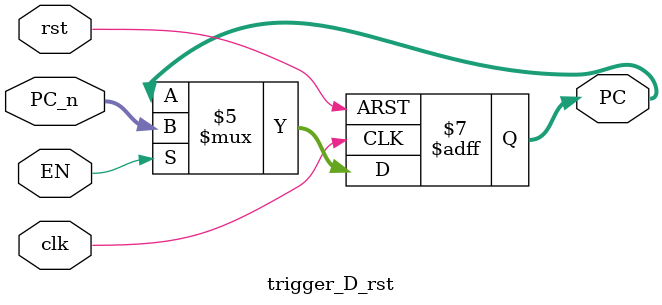
<source format=v>
`timescale 1ns / 1ps


module trigger_D_rst(
    input [31:0] PC_n,
    input rst,
    input EN,
    input clk,
    output reg [31:0] PC
    );
    always@(posedge clk or posedge rst)
    begin
    
    if(rst==1)
    PC <= 0;
    
    else
    begin
    if(EN==0)
    PC <= PC;
    else
    PC <= PC_n;
    end
    
    end
endmodule
</source>
